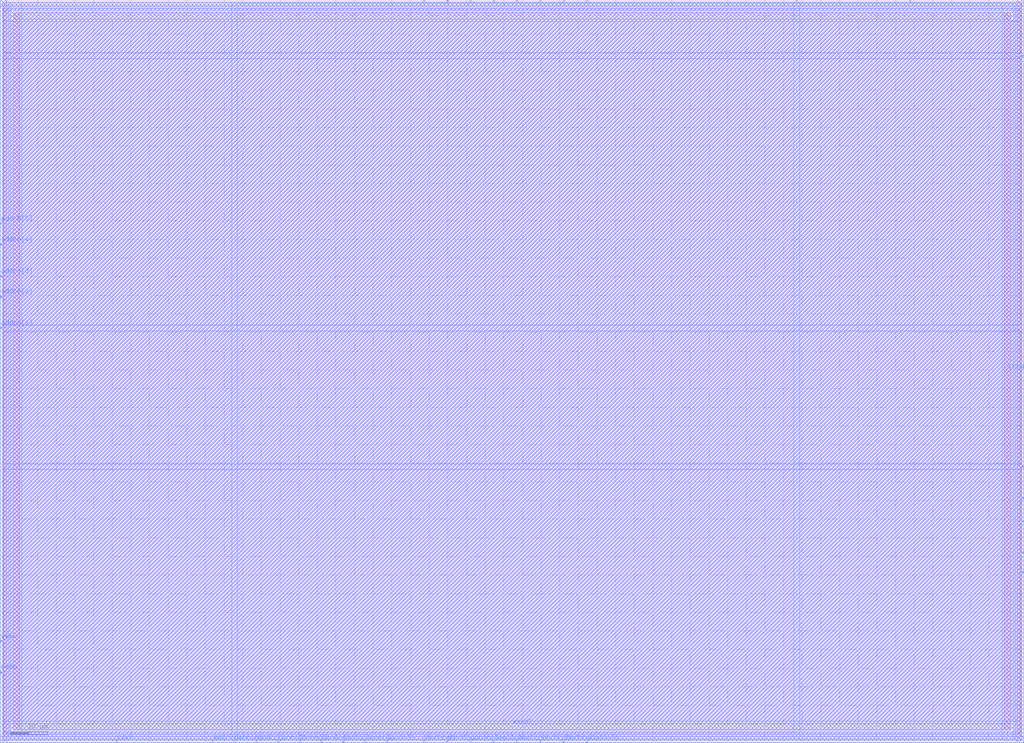
<source format=lef>
VERSION 5.4 ;
NAMESCASESENSITIVE ON ;
BUSBITCHARS "[]" ;
DIVIDERCHAR "/" ;
UNITS
  DATABASE MICRONS 1000 ;
END UNITS
MACRO sky130_sram_64byte_1rw1r_8x64_8
   CLASS BLOCK ;
   SIZE 274.38 BY 199.305 ;
   SYMMETRY X Y R90 ;
   PIN din0[0]
      DIRECTION INPUT ;
      PORT
         LAYER met4 ;
         RECT  62.6 0.0 62.98 0.38 ;
      END
   END din0[0]
   PIN din0[1]
      DIRECTION INPUT ;
      PORT
         LAYER met4 ;
         RECT  68.44 0.0 68.82 0.38 ;
      END
   END din0[1]
   PIN din0[2]
      DIRECTION INPUT ;
      PORT
         LAYER met4 ;
         RECT  74.28 0.0 74.66 0.38 ;
      END
   END din0[2]
   PIN din0[3]
      DIRECTION INPUT ;
      PORT
         LAYER met4 ;
         RECT  80.12 0.0 80.5 0.38 ;
      END
   END din0[3]
   PIN din0[4]
      DIRECTION INPUT ;
      PORT
         LAYER met4 ;
         RECT  85.96 0.0 86.34 0.38 ;
      END
   END din0[4]
   PIN din0[5]
      DIRECTION INPUT ;
      PORT
         LAYER met4 ;
         RECT  91.8 0.0 92.18 0.38 ;
      END
   END din0[5]
   PIN din0[6]
      DIRECTION INPUT ;
      PORT
         LAYER met4 ;
         RECT  97.64 0.0 98.02 0.38 ;
      END
   END din0[6]
   PIN din0[7]
      DIRECTION INPUT ;
      PORT
         LAYER met4 ;
         RECT  103.48 0.0 103.86 0.38 ;
      END
   END din0[7]
   PIN addr0[0]
      DIRECTION INPUT ;
      PORT
         LAYER met4 ;
         RECT  56.76 0.0 57.14 0.38 ;
      END
   END addr0[0]
   PIN addr0[1]
      DIRECTION INPUT ;
      PORT
         LAYER met3 ;
         RECT  0.0 111.075 0.38 111.455 ;
      END
   END addr0[1]
   PIN addr0[2]
      DIRECTION INPUT ;
      PORT
         LAYER met3 ;
         RECT  0.0 119.475 0.38 119.855 ;
      END
   END addr0[2]
   PIN addr0[3]
      DIRECTION INPUT ;
      PORT
         LAYER met3 ;
         RECT  0.0 124.975 0.38 125.355 ;
      END
   END addr0[3]
   PIN addr0[4]
      DIRECTION INPUT ;
      PORT
         LAYER met3 ;
         RECT  0.0 133.475 0.38 133.855 ;
      END
   END addr0[4]
   PIN addr0[5]
      DIRECTION INPUT ;
      PORT
         LAYER met3 ;
         RECT  0.0 139.115 0.38 139.495 ;
      END
   END addr0[5]
   PIN addr1[0]
      DIRECTION INPUT ;
      PORT
         LAYER met4 ;
         RECT  213.32 198.925 213.7 199.305 ;
      END
   END addr1[0]
   PIN addr1[1]
      DIRECTION INPUT ;
      PORT
         LAYER met3 ;
         RECT  274.0 73.865 274.38 74.245 ;
      END
   END addr1[1]
   PIN addr1[2]
      DIRECTION INPUT ;
      PORT
         LAYER met3 ;
         RECT  274.0 65.365 274.38 65.745 ;
      END
   END addr1[2]
   PIN addr1[3]
      DIRECTION INPUT ;
      PORT
         LAYER met3 ;
         RECT  274.0 59.185 274.38 59.565 ;
      END
   END addr1[3]
   PIN addr1[4]
      DIRECTION INPUT ;
      PORT
         LAYER met3 ;
         RECT  274.0 50.785 274.38 51.165 ;
      END
   END addr1[4]
   PIN addr1[5]
      DIRECTION INPUT ;
      PORT
         LAYER met3 ;
         RECT  274.0 45.585 274.38 45.965 ;
      END
   END addr1[5]
   PIN csb0
      DIRECTION INPUT ;
      PORT
         LAYER met3 ;
         RECT  0.0 18.675 0.38 19.055 ;
      END
   END csb0
   PIN csb1
      DIRECTION INPUT ;
      PORT
         LAYER met3 ;
         RECT  274.0 184.055 274.38 184.435 ;
      END
   END csb1
   PIN web0
      DIRECTION INPUT ;
      PORT
         LAYER met3 ;
         RECT  0.0 27.075 0.38 27.455 ;
      END
   END web0
   PIN clk0
      DIRECTION INPUT ;
      PORT
         LAYER met4 ;
         RECT  31.1 0.0 31.48 0.38 ;
      END
   END clk0
   PIN clk1
      DIRECTION INPUT ;
      PORT
         LAYER met4 ;
         RECT  243.74 198.925 244.12 199.305 ;
      END
   END clk1
   PIN dout0[0]
      DIRECTION OUTPUT ;
      PORT
         LAYER met4 ;
         RECT  113.365 0.0 113.745 0.38 ;
      END
   END dout0[0]
   PIN dout0[1]
      DIRECTION OUTPUT ;
      PORT
         LAYER met4 ;
         RECT  119.605 0.0 119.985 0.38 ;
      END
   END dout0[1]
   PIN dout0[2]
      DIRECTION OUTPUT ;
      PORT
         LAYER met4 ;
         RECT  125.845 0.0 126.225 0.38 ;
      END
   END dout0[2]
   PIN dout0[3]
      DIRECTION OUTPUT ;
      PORT
         LAYER met4 ;
         RECT  132.085 0.0 132.465 0.38 ;
      END
   END dout0[3]
   PIN dout0[4]
      DIRECTION OUTPUT ;
      PORT
         LAYER met4 ;
         RECT  138.325 0.0 138.705 0.38 ;
      END
   END dout0[4]
   PIN dout0[5]
      DIRECTION OUTPUT ;
      PORT
         LAYER met4 ;
         RECT  144.565 0.0 144.945 0.38 ;
      END
   END dout0[5]
   PIN dout0[6]
      DIRECTION OUTPUT ;
      PORT
         LAYER met4 ;
         RECT  150.805 0.0 151.185 0.38 ;
      END
   END dout0[6]
   PIN dout0[7]
      DIRECTION OUTPUT ;
      PORT
         LAYER met4 ;
         RECT  157.045 0.0 157.425 0.38 ;
      END
   END dout0[7]
   PIN dout1[0]
      DIRECTION OUTPUT ;
      PORT
         LAYER met4 ;
         RECT  113.425 198.925 113.805 199.305 ;
      END
   END dout1[0]
   PIN dout1[1]
      DIRECTION OUTPUT ;
      PORT
         LAYER met4 ;
         RECT  119.665 198.925 120.045 199.305 ;
      END
   END dout1[1]
   PIN dout1[2]
      DIRECTION OUTPUT ;
      PORT
         LAYER met4 ;
         RECT  125.905 198.925 126.285 199.305 ;
      END
   END dout1[2]
   PIN dout1[3]
      DIRECTION OUTPUT ;
      PORT
         LAYER met4 ;
         RECT  132.145 198.925 132.525 199.305 ;
      END
   END dout1[3]
   PIN dout1[4]
      DIRECTION OUTPUT ;
      PORT
         LAYER met4 ;
         RECT  138.385 198.925 138.765 199.305 ;
      END
   END dout1[4]
   PIN dout1[5]
      DIRECTION OUTPUT ;
      PORT
         LAYER met4 ;
         RECT  144.625 198.925 145.005 199.305 ;
      END
   END dout1[5]
   PIN dout1[6]
      DIRECTION OUTPUT ;
      PORT
         LAYER met4 ;
         RECT  150.865 198.925 151.245 199.305 ;
      END
   END dout1[6]
   PIN dout1[7]
      DIRECTION OUTPUT ;
      PORT
         LAYER met4 ;
         RECT  157.105 198.925 157.485 199.305 ;
      END
   END dout1[7]
   PIN vccd1
      DIRECTION INOUT ;
      USE POWER ; 
      SHAPE ABUTMENT ; 
      PORT
         LAYER met3 ;
         RECT  0.0 0.0 274.38 1.74 ;
         LAYER met3 ;
         RECT  0.0 197.565 274.38 199.305 ;
         LAYER met4 ;
         RECT  0.0 0.0 1.74 199.305 ;
         LAYER met4 ;
         RECT  272.64 0.0 274.38 199.305 ;
      END
   END vccd1
   PIN vssd1
      DIRECTION INOUT ;
      USE GROUND ; 
      SHAPE ABUTMENT ; 
      PORT
         LAYER met4 ;
         RECT  3.48 3.48 5.22 195.825 ;
         LAYER met3 ;
         RECT  3.48 194.085 270.9 195.825 ;
         LAYER met3 ;
         RECT  3.48 3.48 270.9 5.22 ;
         LAYER met4 ;
         RECT  269.16 3.48 270.9 195.825 ;
      END
   END vssd1
   OBS
   LAYER  met1 ;
      RECT  0.62 0.62 273.76 198.685 ;
   LAYER  met2 ;
      RECT  0.62 0.62 273.76 198.685 ;
   LAYER  met3 ;
      RECT  0.98 110.475 273.76 112.055 ;
      RECT  0.62 112.055 0.98 118.875 ;
      RECT  0.62 120.455 0.98 124.375 ;
      RECT  0.62 125.955 0.98 132.875 ;
      RECT  0.62 134.455 0.98 138.515 ;
      RECT  0.98 73.265 273.4 74.845 ;
      RECT  0.98 74.845 273.4 110.475 ;
      RECT  273.4 74.845 273.76 110.475 ;
      RECT  273.4 66.345 273.76 73.265 ;
      RECT  273.4 60.165 273.76 64.765 ;
      RECT  273.4 51.765 273.76 58.585 ;
      RECT  273.4 46.565 273.76 50.185 ;
      RECT  0.98 112.055 273.4 183.455 ;
      RECT  0.98 183.455 273.4 185.035 ;
      RECT  273.4 112.055 273.76 183.455 ;
      RECT  0.62 19.655 0.98 26.475 ;
      RECT  0.62 28.055 0.98 110.475 ;
      RECT  273.4 2.34 273.76 44.985 ;
      RECT  0.62 2.34 0.98 18.075 ;
      RECT  0.62 140.095 0.98 196.965 ;
      RECT  273.4 185.035 273.76 196.965 ;
      RECT  0.98 185.035 2.88 193.485 ;
      RECT  0.98 193.485 2.88 196.425 ;
      RECT  0.98 196.425 2.88 196.965 ;
      RECT  2.88 185.035 271.5 193.485 ;
      RECT  2.88 196.425 271.5 196.965 ;
      RECT  271.5 185.035 273.4 193.485 ;
      RECT  271.5 193.485 273.4 196.425 ;
      RECT  271.5 196.425 273.4 196.965 ;
      RECT  0.98 2.34 2.88 2.88 ;
      RECT  0.98 2.88 2.88 5.82 ;
      RECT  0.98 5.82 2.88 73.265 ;
      RECT  2.88 2.34 271.5 2.88 ;
      RECT  2.88 5.82 271.5 73.265 ;
      RECT  271.5 2.34 273.4 2.88 ;
      RECT  271.5 2.88 273.4 5.82 ;
      RECT  271.5 5.82 273.4 73.265 ;
   LAYER  met4 ;
      RECT  62.0 0.98 63.58 198.685 ;
      RECT  63.58 0.62 67.84 0.98 ;
      RECT  69.42 0.62 73.68 0.98 ;
      RECT  75.26 0.62 79.52 0.98 ;
      RECT  81.1 0.62 85.36 0.98 ;
      RECT  86.94 0.62 91.2 0.98 ;
      RECT  92.78 0.62 97.04 0.98 ;
      RECT  98.62 0.62 102.88 0.98 ;
      RECT  57.74 0.62 62.0 0.98 ;
      RECT  63.58 0.98 212.72 198.325 ;
      RECT  212.72 0.98 214.3 198.325 ;
      RECT  32.08 0.62 56.16 0.98 ;
      RECT  214.3 198.325 243.14 198.685 ;
      RECT  104.46 0.62 112.765 0.98 ;
      RECT  114.345 0.62 119.005 0.98 ;
      RECT  120.585 0.62 125.245 0.98 ;
      RECT  126.825 0.62 131.485 0.98 ;
      RECT  133.065 0.62 137.725 0.98 ;
      RECT  139.305 0.62 143.965 0.98 ;
      RECT  145.545 0.62 150.205 0.98 ;
      RECT  151.785 0.62 156.445 0.98 ;
      RECT  63.58 198.325 112.825 198.685 ;
      RECT  114.405 198.325 119.065 198.685 ;
      RECT  120.645 198.325 125.305 198.685 ;
      RECT  126.885 198.325 131.545 198.685 ;
      RECT  133.125 198.325 137.785 198.685 ;
      RECT  139.365 198.325 144.025 198.685 ;
      RECT  145.605 198.325 150.265 198.685 ;
      RECT  151.845 198.325 156.505 198.685 ;
      RECT  158.085 198.325 212.72 198.685 ;
      RECT  2.34 0.62 30.5 0.98 ;
      RECT  244.72 198.325 272.04 198.685 ;
      RECT  158.025 0.62 272.04 0.98 ;
      RECT  2.34 0.98 2.88 2.88 ;
      RECT  2.34 2.88 2.88 196.425 ;
      RECT  2.34 196.425 2.88 198.685 ;
      RECT  2.88 0.98 5.82 2.88 ;
      RECT  2.88 196.425 5.82 198.685 ;
      RECT  5.82 0.98 62.0 2.88 ;
      RECT  5.82 2.88 62.0 196.425 ;
      RECT  5.82 196.425 62.0 198.685 ;
      RECT  214.3 0.98 268.56 2.88 ;
      RECT  214.3 2.88 268.56 196.425 ;
      RECT  214.3 196.425 268.56 198.325 ;
      RECT  268.56 0.98 271.5 2.88 ;
      RECT  268.56 196.425 271.5 198.325 ;
      RECT  271.5 0.98 272.04 2.88 ;
      RECT  271.5 2.88 272.04 196.425 ;
      RECT  271.5 196.425 272.04 198.325 ;
   END
END    sky130_sram_64byte_1rw1r_8x64_8
END    LIBRARY

</source>
